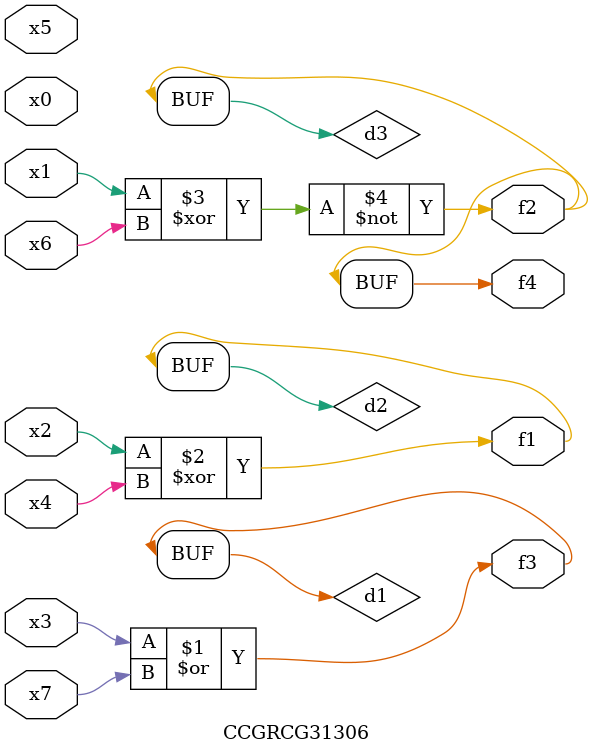
<source format=v>
module CCGRCG31306(
	input x0, x1, x2, x3, x4, x5, x6, x7,
	output f1, f2, f3, f4
);

	wire d1, d2, d3;

	or (d1, x3, x7);
	xor (d2, x2, x4);
	xnor (d3, x1, x6);
	assign f1 = d2;
	assign f2 = d3;
	assign f3 = d1;
	assign f4 = d3;
endmodule

</source>
